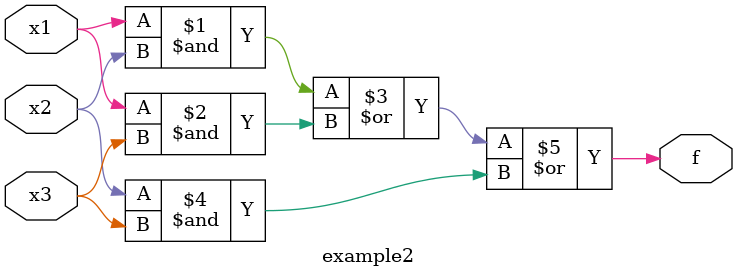
<source format=v>
module example2(x1,x2,x3,f);
	input x1,x2,x3;
	output f;
	assign f = ((x1 & x2) | (x1 & x3)) | (x2 & x3);
	endmodule

</source>
